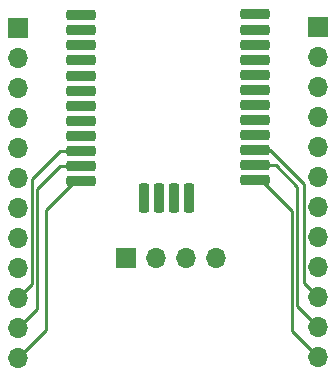
<source format=gbr>
%TF.GenerationSoftware,KiCad,Pcbnew,7.0.10*%
%TF.CreationDate,2024-05-25T00:15:11+05:30*%
%TF.ProjectId,bb-adaptor-V1,62622d61-6461-4707-946f-722d56312e6b,rev?*%
%TF.SameCoordinates,Original*%
%TF.FileFunction,Copper,L2,Bot*%
%TF.FilePolarity,Positive*%
%FSLAX46Y46*%
G04 Gerber Fmt 4.6, Leading zero omitted, Abs format (unit mm)*
G04 Created by KiCad (PCBNEW 7.0.10) date 2024-05-25 00:15:11*
%MOMM*%
%LPD*%
G01*
G04 APERTURE LIST*
G04 Aperture macros list*
%AMRoundRect*
0 Rectangle with rounded corners*
0 $1 Rounding radius*
0 $2 $3 $4 $5 $6 $7 $8 $9 X,Y pos of 4 corners*
0 Add a 4 corners polygon primitive as box body*
4,1,4,$2,$3,$4,$5,$6,$7,$8,$9,$2,$3,0*
0 Add four circle primitives for the rounded corners*
1,1,$1+$1,$2,$3*
1,1,$1+$1,$4,$5*
1,1,$1+$1,$6,$7*
1,1,$1+$1,$8,$9*
0 Add four rect primitives between the rounded corners*
20,1,$1+$1,$2,$3,$4,$5,0*
20,1,$1+$1,$4,$5,$6,$7,0*
20,1,$1+$1,$6,$7,$8,$9,0*
20,1,$1+$1,$8,$9,$2,$3,0*%
G04 Aperture macros list end*
%TA.AperFunction,ComponentPad*%
%ADD10R,1.700000X1.700000*%
%TD*%
%TA.AperFunction,ComponentPad*%
%ADD11O,1.700000X1.700000*%
%TD*%
%TA.AperFunction,ComponentPad*%
%ADD12RoundRect,0.225000X0.225000X-1.025000X0.225000X1.025000X-0.225000X1.025000X-0.225000X-1.025000X0*%
%TD*%
%TA.AperFunction,ComponentPad*%
%ADD13RoundRect,0.225000X-1.025000X-0.225000X1.025000X-0.225000X1.025000X0.225000X-1.025000X0.225000X0*%
%TD*%
%TA.AperFunction,Conductor*%
%ADD14C,0.250000*%
%TD*%
G04 APERTURE END LIST*
D10*
%TO.P,J3,1,Pin_1*%
%TO.N,Net-(J3-Pin_1)*%
X168402000Y-74930000D03*
D11*
%TO.P,J3,2,Pin_2*%
%TO.N,Net-(J3-Pin_2)*%
X168402000Y-77470000D03*
%TO.P,J3,3,Pin_3*%
%TO.N,Net-(J3-Pin_3)*%
X168402000Y-80010000D03*
%TO.P,J3,4,Pin_4*%
%TO.N,Net-(J3-Pin_4)*%
X168402000Y-82550000D03*
%TO.P,J3,5,Pin_5*%
%TO.N,Net-(J3-Pin_5)*%
X168402000Y-85090000D03*
%TO.P,J3,6,Pin_6*%
%TO.N,Net-(J3-Pin_6)*%
X168402000Y-87630000D03*
%TO.P,J3,7,Pin_7*%
%TO.N,Net-(J3-Pin_7)*%
X168402000Y-90170000D03*
%TO.P,J3,8,Pin_8*%
%TO.N,Net-(J3-Pin_8)*%
X168402000Y-92710000D03*
%TO.P,J3,9,Pin_9*%
%TO.N,Net-(J3-Pin_9)*%
X168402000Y-95250000D03*
%TO.P,J3,10,Pin_10*%
%TO.N,Net-(J3-Pin_10)*%
X168402000Y-97790000D03*
%TO.P,J3,11,Pin_11*%
%TO.N,Net-(J3-Pin_11)*%
X168402000Y-100330000D03*
%TO.P,J3,12,Pin_12*%
%TO.N,Net-(J3-Pin_12)*%
X168402000Y-102870000D03*
%TD*%
D10*
%TO.P,J6,1,Pin_1*%
%TO.N,Net-(J5-Pin_1)*%
X152146000Y-94488000D03*
D11*
%TO.P,J6,2,Pin_2*%
%TO.N,Net-(J5-Pin_2)*%
X154686000Y-94488000D03*
%TO.P,J6,3,Pin_3*%
%TO.N,Net-(J5-Pin_3)*%
X157226000Y-94488000D03*
%TO.P,J6,4,Pin_4*%
%TO.N,Net-(J5-Pin_4)*%
X159766000Y-94488000D03*
%TD*%
D10*
%TO.P,J1,1,Pin_1*%
%TO.N,Net-(J1-Pin_1)*%
X143002000Y-74990000D03*
D11*
%TO.P,J1,2,Pin_2*%
%TO.N,Net-(J1-Pin_2)*%
X143002000Y-77530000D03*
%TO.P,J1,3,Pin_3*%
%TO.N,Net-(J1-Pin_3)*%
X143002000Y-80070000D03*
%TO.P,J1,4,Pin_4*%
%TO.N,Net-(J1-Pin_4)*%
X143002000Y-82610000D03*
%TO.P,J1,5,Pin_5*%
%TO.N,Net-(J1-Pin_5)*%
X143002000Y-85150000D03*
%TO.P,J1,6,Pin_6*%
%TO.N,Net-(J1-Pin_6)*%
X143002000Y-87690000D03*
%TO.P,J1,7,Pin_7*%
%TO.N,Net-(J1-Pin_7)*%
X143002000Y-90230000D03*
%TO.P,J1,8,Pin_8*%
%TO.N,Net-(J1-Pin_8)*%
X143002000Y-92770000D03*
%TO.P,J1,9,Pin_9*%
%TO.N,Net-(J1-Pin_9)*%
X143002000Y-95310000D03*
%TO.P,J1,10,Pin_10*%
%TO.N,Net-(J1-Pin_10)*%
X143002000Y-97850000D03*
%TO.P,J1,11,Pin_11*%
%TO.N,Net-(J1-Pin_11)*%
X143002000Y-100390000D03*
%TO.P,J1,12,Pin_12*%
%TO.N,Net-(J1-Pin_12)*%
X143002000Y-102930000D03*
%TD*%
D12*
%TO.P,J5,1,Pin_1*%
%TO.N,Net-(J5-Pin_1)*%
X153670000Y-89408000D03*
%TO.P,J5,2,Pin_2*%
%TO.N,Net-(J5-Pin_2)*%
X154940000Y-89408000D03*
%TO.P,J5,3,Pin_3*%
%TO.N,Net-(J5-Pin_3)*%
X156210000Y-89408000D03*
%TO.P,J5,4,Pin_4*%
%TO.N,Net-(J5-Pin_4)*%
X157480000Y-89408000D03*
%TD*%
D13*
%TO.P,J2,1,Pin_1*%
%TO.N,Net-(J1-Pin_1)*%
X148346000Y-73874000D03*
%TO.P,J2,2,Pin_2*%
%TO.N,Net-(J1-Pin_2)*%
X148366000Y-75184000D03*
%TO.P,J2,3,Pin_3*%
%TO.N,Net-(J1-Pin_3)*%
X148366000Y-76454000D03*
%TO.P,J2,4,Pin_4*%
%TO.N,Net-(J1-Pin_4)*%
X148366000Y-77724000D03*
%TO.P,J2,5,Pin_5*%
%TO.N,Net-(J1-Pin_5)*%
X148336000Y-79034000D03*
%TO.P,J2,6,Pin_6*%
%TO.N,Net-(J1-Pin_6)*%
X148336000Y-80304000D03*
%TO.P,J2,7,Pin_7*%
%TO.N,Net-(J1-Pin_7)*%
X148336000Y-81574000D03*
%TO.P,J2,8,Pin_8*%
%TO.N,Net-(J1-Pin_8)*%
X148336000Y-82844000D03*
%TO.P,J2,9,Pin_9*%
%TO.N,Net-(J1-Pin_9)*%
X148336000Y-84114000D03*
%TO.P,J2,10,Pin_10*%
%TO.N,Net-(J1-Pin_10)*%
X148336000Y-85384000D03*
%TO.P,J2,11,Pin_11*%
%TO.N,Net-(J1-Pin_11)*%
X148336000Y-86654000D03*
%TO.P,J2,12,Pin_12*%
%TO.N,Net-(J1-Pin_12)*%
X148336000Y-87924000D03*
%TD*%
%TO.P,J4,1,Pin_1*%
%TO.N,Net-(J3-Pin_1)*%
X163078000Y-73834000D03*
%TO.P,J4,2,Pin_2*%
%TO.N,Net-(J3-Pin_2)*%
X163098000Y-75144000D03*
%TO.P,J4,3,Pin_3*%
%TO.N,Net-(J3-Pin_3)*%
X163098000Y-76414000D03*
%TO.P,J4,4,Pin_4*%
%TO.N,Net-(J3-Pin_4)*%
X163098000Y-77684000D03*
%TO.P,J4,5,Pin_5*%
%TO.N,Net-(J3-Pin_5)*%
X163068000Y-78994000D03*
%TO.P,J4,6,Pin_6*%
%TO.N,Net-(J3-Pin_6)*%
X163068000Y-80264000D03*
%TO.P,J4,7,Pin_7*%
%TO.N,Net-(J3-Pin_7)*%
X163068000Y-81534000D03*
%TO.P,J4,8,Pin_8*%
%TO.N,Net-(J3-Pin_8)*%
X163068000Y-82804000D03*
%TO.P,J4,9,Pin_9*%
%TO.N,Net-(J3-Pin_9)*%
X163068000Y-84074000D03*
%TO.P,J4,10,Pin_10*%
%TO.N,Net-(J3-Pin_10)*%
X163068000Y-85344000D03*
%TO.P,J4,11,Pin_11*%
%TO.N,Net-(J3-Pin_11)*%
X163068000Y-86614000D03*
%TO.P,J4,12,Pin_12*%
%TO.N,Net-(J3-Pin_12)*%
X163068000Y-87884000D03*
%TD*%
D14*
%TO.N,Net-(J1-Pin_10)*%
X146578000Y-85384000D02*
X144177000Y-87785000D01*
X147828000Y-85384000D02*
X146578000Y-85384000D01*
X144177000Y-96675000D02*
X143002000Y-97850000D01*
X144177000Y-87785000D02*
X144177000Y-96675000D01*
%TO.N,Net-(J1-Pin_11)*%
X146578000Y-86654000D02*
X144627000Y-88605000D01*
X144627000Y-98765000D02*
X143002000Y-100390000D01*
X147828000Y-86654000D02*
X146578000Y-86654000D01*
X144627000Y-88605000D02*
X144627000Y-98765000D01*
%TO.N,Net-(J1-Pin_12)*%
X145342000Y-90410000D02*
X145342000Y-100590000D01*
X147828000Y-87924000D02*
X145342000Y-90410000D01*
X145342000Y-100590000D02*
X143002000Y-102930000D01*
%TO.N,Net-(J3-Pin_10)*%
X164340052Y-85344000D02*
X167227000Y-88230948D01*
X167227000Y-96615000D02*
X168402000Y-97790000D01*
X167227000Y-88230948D02*
X167227000Y-96615000D01*
X163576000Y-85344000D02*
X164340052Y-85344000D01*
%TO.N,Net-(J3-Pin_11)*%
X166624000Y-88412000D02*
X166624000Y-98552000D01*
X164826000Y-86614000D02*
X166624000Y-88412000D01*
X163576000Y-86614000D02*
X164826000Y-86614000D01*
X166624000Y-98552000D02*
X168402000Y-100330000D01*
%TO.N,Net-(J3-Pin_12)*%
X163576000Y-87884000D02*
X166174000Y-90482000D01*
X166174000Y-100642000D02*
X168402000Y-102870000D01*
X166174000Y-90482000D02*
X166174000Y-100642000D01*
%TD*%
M02*

</source>
